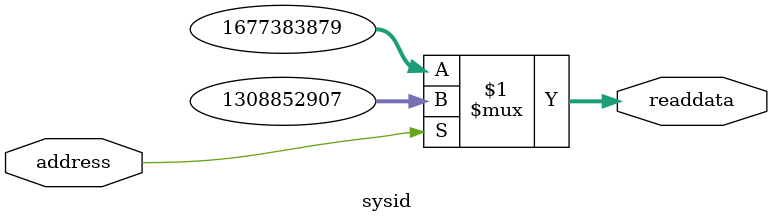
<source format=v>

`timescale 1ns / 1ps
// synthesis translate_on

// turn off superfluous verilog processor warnings 
// altera message_level Level1 
// altera message_off 10034 10035 10036 10037 10230 10240 10030 

module sysid (
               // inputs:
                address,

               // outputs:
                readdata
             )
;

  output  [ 31: 0] readdata;
  input            address;

  wire    [ 31: 0] readdata;
  //control_slave, which is an e_avalon_slave
  assign readdata = address ? 1308852907 : 1677383879;

endmodule


</source>
